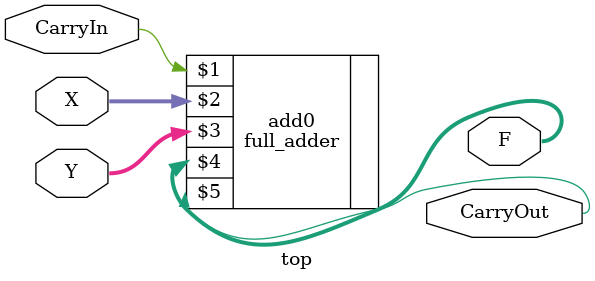
<source format=v>
/**
 * Module: top
 * 
 * Alex Howard
 * EET 2310-001
 * 10-19-2013
 * top.v
 * 
 */

//`ifdef WIN
`include "full_adder.v"
//`endif

module top(CarryIn, X, Y, F, CarryOut);
	
	input CarryIn;
	input [7:0] X, Y;
	output [8:0] F;
	output CarryOut;
	wire [3:1] C;
	
	full_adder add0 (CarryIn, X, Y, F, CarryOut);

endmodule
</source>
